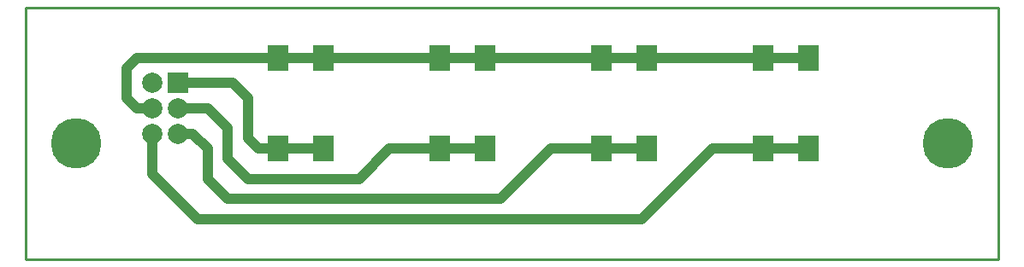
<source format=gtl>
G04 Layer_Physical_Order=1*
G04 Layer_Color=255*
%FSLAX25Y25*%
%MOIN*%
G70*
G01*
G75*
%ADD10R,0.07874X0.09843*%
%ADD11C,0.03937*%
%ADD12C,0.01000*%
%ADD13C,0.19685*%
%ADD14R,0.07874X0.07874*%
%ADD15C,0.07874*%
D10*
X116142Y-55118D02*
D03*
X98425D02*
D03*
Y-19685D02*
D03*
X116142D02*
D03*
X179134Y-55118D02*
D03*
X161417D02*
D03*
Y-19685D02*
D03*
X179134D02*
D03*
X242126Y-55118D02*
D03*
X224410D02*
D03*
Y-19685D02*
D03*
X242126D02*
D03*
X305118Y-55118D02*
D03*
X287402D02*
D03*
Y-19685D02*
D03*
X305118D02*
D03*
D11*
X49213Y-64961D02*
Y-49370D01*
Y-64961D02*
X66929Y-82677D01*
X240158D01*
X267717Y-55118D01*
X287402D01*
X305118D01*
X59212Y-49370D02*
X65118D01*
X70866Y-55118D01*
Y-66929D02*
Y-55118D01*
Y-66929D02*
X78740Y-74803D01*
X185039D01*
X204724Y-55118D01*
X224410D01*
X242126D01*
X59212Y-39370D02*
X70866D01*
X78740Y-47244D01*
Y-59055D02*
Y-47244D01*
Y-59055D02*
X86614Y-66929D01*
X129921D01*
X141732Y-55118D01*
X161417D01*
X179134D01*
X59212Y-29369D02*
X80550D01*
X86614Y-35433D01*
Y-51181D02*
Y-35433D01*
Y-51181D02*
X90551Y-55118D01*
X98425D01*
X116142D01*
X287402Y-19685D02*
X305118D01*
X242126D02*
X287402D01*
X224410D02*
X242126D01*
X179134D02*
X224410D01*
X161417D02*
X179134D01*
X116142D02*
X161417D01*
X98425D02*
X116142D01*
X43307D02*
X98425D01*
X43307Y-39370D02*
X49213D01*
X39370Y-35433D02*
X43307Y-39370D01*
X39370Y-35433D02*
Y-23622D01*
X43307Y-19685D01*
D12*
X0Y-98425D02*
Y-3937D01*
Y0D01*
X2000D02*
X378937D01*
X0D02*
X2000D01*
X0Y-98425D02*
X378937D01*
Y-2953D01*
Y0D01*
D13*
X359252Y-53150D02*
D03*
X19685D02*
D03*
D14*
X59212Y-29369D02*
D03*
D15*
X59212Y-39370D02*
D03*
Y-49370D02*
D03*
X49213Y-49370D02*
D03*
Y-39370D02*
D03*
X49212Y-29370D02*
D03*
M02*

</source>
